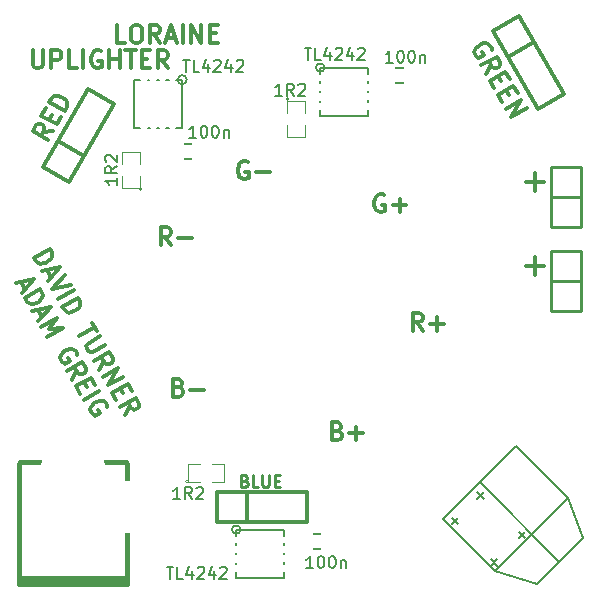
<source format=gto>
%FSLAX46Y46*%
G04 Gerber Fmt 4.6, Leading zero omitted, Abs format (unit mm)*
G04 Created by KiCad (PCBNEW (2014-jan-25)-product) date Mon 28 Jul 2014 17:10:13 BST*
%MOMM*%
G01*
G04 APERTURE LIST*
%ADD10C,0.100000*%
%ADD11C,0.250000*%
%ADD12C,0.300000*%
%ADD13C,0.400000*%
%ADD14C,0.381000*%
%ADD15C,0.150000*%
%ADD16C,0.304800*%
%ADD17C,0.127000*%
%ADD18C,0.254000*%
%ADD19C,0.099060*%
%ADD20C,0.200000*%
%ADD21C,5.500000*%
%ADD22C,4.500000*%
%ADD23R,3.000000X2.200000*%
%ADD24R,0.350000X0.950000*%
%ADD25C,0.400000*%
%ADD26R,2.200000X3.000000*%
%ADD27R,0.950000X0.350000*%
%ADD28C,3.000000*%
%ADD29C,3.400000*%
%ADD30C,1.397000*%
%ADD31R,1.397000X1.397000*%
%ADD32R,1.300480X1.498600*%
%ADD33R,2.032000X2.032000*%
%ADD34O,2.032000X2.032000*%
%ADD35C,2.000000*%
%ADD36R,1.397000X0.889000*%
%ADD37R,0.889000X1.397000*%
G04 APERTURE END LIST*
D10*
D11*
X120356477Y-140390571D02*
X120499334Y-140438190D01*
X120546953Y-140485810D01*
X120594572Y-140581048D01*
X120594572Y-140723905D01*
X120546953Y-140819143D01*
X120499334Y-140866762D01*
X120404096Y-140914381D01*
X120023143Y-140914381D01*
X120023143Y-139914381D01*
X120356477Y-139914381D01*
X120451715Y-139962000D01*
X120499334Y-140009619D01*
X120546953Y-140104857D01*
X120546953Y-140200095D01*
X120499334Y-140295333D01*
X120451715Y-140342952D01*
X120356477Y-140390571D01*
X120023143Y-140390571D01*
X121499334Y-140914381D02*
X121023143Y-140914381D01*
X121023143Y-139914381D01*
X121832667Y-139914381D02*
X121832667Y-140723905D01*
X121880286Y-140819143D01*
X121927905Y-140866762D01*
X122023143Y-140914381D01*
X122213620Y-140914381D01*
X122308858Y-140866762D01*
X122356477Y-140819143D01*
X122404096Y-140723905D01*
X122404096Y-139914381D01*
X122880286Y-140390571D02*
X123213620Y-140390571D01*
X123356477Y-140914381D02*
X122880286Y-140914381D01*
X122880286Y-139914381D01*
X123356477Y-139914381D01*
D12*
X141258519Y-103885936D02*
X141248950Y-103726504D01*
X141141807Y-103540927D01*
X140972805Y-103391065D01*
X140777658Y-103338775D01*
X140618226Y-103348345D01*
X140335076Y-103429343D01*
X140149499Y-103536486D01*
X139937777Y-103741203D01*
X139849774Y-103874490D01*
X139797485Y-104069637D01*
X139842769Y-104290927D01*
X139914197Y-104414645D01*
X140083199Y-104564508D01*
X140180773Y-104590653D01*
X140613785Y-104340653D01*
X140470928Y-104093216D01*
X140807055Y-105961119D02*
X141175644Y-105170964D01*
X140378483Y-105218812D02*
X141677521Y-104468812D01*
X141963235Y-104963683D01*
X141972805Y-105123116D01*
X141946660Y-105220689D01*
X141858656Y-105353977D01*
X141673080Y-105461119D01*
X141513647Y-105470689D01*
X141416075Y-105444545D01*
X141282786Y-105356540D01*
X140997072Y-104861669D01*
X141808932Y-106124993D02*
X142058932Y-106558006D01*
X141485626Y-107136440D02*
X141128483Y-106517850D01*
X142427521Y-105767850D01*
X142784664Y-106386440D01*
X142487503Y-107300313D02*
X142737503Y-107733326D01*
X142164198Y-108311760D02*
X141807055Y-107693170D01*
X143106093Y-106943170D01*
X143463236Y-107561760D01*
X142485626Y-108868491D02*
X143784664Y-108118491D01*
X142914198Y-109610798D01*
X144213236Y-108860798D01*
X104118517Y-110775381D02*
X103249928Y-110851251D01*
X103689946Y-111517688D02*
X102390908Y-110767688D01*
X102676622Y-110272817D01*
X102809910Y-110184813D01*
X102907483Y-110158669D01*
X103066916Y-110168238D01*
X103252492Y-110275381D01*
X103340496Y-110408669D01*
X103366640Y-110506242D01*
X103357071Y-110665675D01*
X103071357Y-111160546D01*
X103759497Y-109825793D02*
X104009497Y-109392781D01*
X104797089Y-109600060D02*
X104439946Y-110218650D01*
X103140908Y-109468650D01*
X103498051Y-108850060D01*
X105118517Y-109043330D02*
X103819479Y-108293330D01*
X103998051Y-107984035D01*
X104167052Y-107834173D01*
X104362199Y-107781883D01*
X104521631Y-107791453D01*
X104804782Y-107872451D01*
X104990358Y-107979594D01*
X105202080Y-108184311D01*
X105290084Y-108317598D01*
X105342373Y-108512745D01*
X105297089Y-108734035D01*
X105118517Y-109043330D01*
X102398428Y-103953571D02*
X102398428Y-105167857D01*
X102469856Y-105310714D01*
X102541285Y-105382143D01*
X102684142Y-105453571D01*
X102969856Y-105453571D01*
X103112714Y-105382143D01*
X103184142Y-105310714D01*
X103255571Y-105167857D01*
X103255571Y-103953571D01*
X103969857Y-105453571D02*
X103969857Y-103953571D01*
X104541285Y-103953571D01*
X104684143Y-104025000D01*
X104755571Y-104096429D01*
X104827000Y-104239286D01*
X104827000Y-104453571D01*
X104755571Y-104596429D01*
X104684143Y-104667857D01*
X104541285Y-104739286D01*
X103969857Y-104739286D01*
X106184143Y-105453571D02*
X105469857Y-105453571D01*
X105469857Y-103953571D01*
X106684143Y-105453571D02*
X106684143Y-103953571D01*
X108184143Y-104025000D02*
X108041286Y-103953571D01*
X107827000Y-103953571D01*
X107612715Y-104025000D01*
X107469857Y-104167857D01*
X107398429Y-104310714D01*
X107327000Y-104596429D01*
X107327000Y-104810714D01*
X107398429Y-105096429D01*
X107469857Y-105239286D01*
X107612715Y-105382143D01*
X107827000Y-105453571D01*
X107969857Y-105453571D01*
X108184143Y-105382143D01*
X108255572Y-105310714D01*
X108255572Y-104810714D01*
X107969857Y-104810714D01*
X108898429Y-105453571D02*
X108898429Y-103953571D01*
X108898429Y-104667857D02*
X109755572Y-104667857D01*
X109755572Y-105453571D02*
X109755572Y-103953571D01*
X110255572Y-103953571D02*
X111112715Y-103953571D01*
X110684144Y-105453571D02*
X110684144Y-103953571D01*
X111612715Y-104667857D02*
X112112715Y-104667857D01*
X112327001Y-105453571D02*
X111612715Y-105453571D01*
X111612715Y-103953571D01*
X112327001Y-103953571D01*
X113827001Y-105453571D02*
X113327001Y-104739286D01*
X112969858Y-105453571D02*
X112969858Y-103953571D01*
X113541286Y-103953571D01*
X113684144Y-104025000D01*
X113755572Y-104096429D01*
X113827001Y-104239286D01*
X113827001Y-104453571D01*
X113755572Y-104596429D01*
X113684144Y-104667857D01*
X113541286Y-104739286D01*
X112969858Y-104739286D01*
X120622286Y-113423000D02*
X120479429Y-113351571D01*
X120265143Y-113351571D01*
X120050858Y-113423000D01*
X119908000Y-113565857D01*
X119836572Y-113708714D01*
X119765143Y-113994429D01*
X119765143Y-114208714D01*
X119836572Y-114494429D01*
X119908000Y-114637286D01*
X120050858Y-114780143D01*
X120265143Y-114851571D01*
X120408000Y-114851571D01*
X120622286Y-114780143D01*
X120693715Y-114708714D01*
X120693715Y-114208714D01*
X120408000Y-114208714D01*
X121336572Y-114280143D02*
X122479429Y-114280143D01*
X114089715Y-120439571D02*
X113589715Y-119725286D01*
X113232572Y-120439571D02*
X113232572Y-118939571D01*
X113804000Y-118939571D01*
X113946858Y-119011000D01*
X114018286Y-119082429D01*
X114089715Y-119225286D01*
X114089715Y-119439571D01*
X114018286Y-119582429D01*
X113946858Y-119653857D01*
X113804000Y-119725286D01*
X113232572Y-119725286D01*
X114732572Y-119868143D02*
X115875429Y-119868143D01*
X114748572Y-132480857D02*
X114962858Y-132552286D01*
X115034286Y-132623714D01*
X115105715Y-132766571D01*
X115105715Y-132980857D01*
X115034286Y-133123714D01*
X114962858Y-133195143D01*
X114820000Y-133266571D01*
X114248572Y-133266571D01*
X114248572Y-131766571D01*
X114748572Y-131766571D01*
X114891429Y-131838000D01*
X114962858Y-131909429D01*
X115034286Y-132052286D01*
X115034286Y-132195143D01*
X114962858Y-132338000D01*
X114891429Y-132409429D01*
X114748572Y-132480857D01*
X114248572Y-132480857D01*
X115748572Y-132695143D02*
X116891429Y-132695143D01*
X128210572Y-136163857D02*
X128424858Y-136235286D01*
X128496286Y-136306714D01*
X128567715Y-136449571D01*
X128567715Y-136663857D01*
X128496286Y-136806714D01*
X128424858Y-136878143D01*
X128282000Y-136949571D01*
X127710572Y-136949571D01*
X127710572Y-135449571D01*
X128210572Y-135449571D01*
X128353429Y-135521000D01*
X128424858Y-135592429D01*
X128496286Y-135735286D01*
X128496286Y-135878143D01*
X128424858Y-136021000D01*
X128353429Y-136092429D01*
X128210572Y-136163857D01*
X127710572Y-136163857D01*
X129210572Y-136378143D02*
X130353429Y-136378143D01*
X129782000Y-136949571D02*
X129782000Y-135806714D01*
X132179286Y-116217000D02*
X132036429Y-116145571D01*
X131822143Y-116145571D01*
X131607858Y-116217000D01*
X131465000Y-116359857D01*
X131393572Y-116502714D01*
X131322143Y-116788429D01*
X131322143Y-117002714D01*
X131393572Y-117288429D01*
X131465000Y-117431286D01*
X131607858Y-117574143D01*
X131822143Y-117645571D01*
X131965000Y-117645571D01*
X132179286Y-117574143D01*
X132250715Y-117502714D01*
X132250715Y-117002714D01*
X131965000Y-117002714D01*
X132893572Y-117074143D02*
X134036429Y-117074143D01*
X133465000Y-117645571D02*
X133465000Y-116502714D01*
X135425715Y-127678571D02*
X134925715Y-126964286D01*
X134568572Y-127678571D02*
X134568572Y-126178571D01*
X135140000Y-126178571D01*
X135282858Y-126250000D01*
X135354286Y-126321429D01*
X135425715Y-126464286D01*
X135425715Y-126678571D01*
X135354286Y-126821429D01*
X135282858Y-126892857D01*
X135140000Y-126964286D01*
X134568572Y-126964286D01*
X136068572Y-127107143D02*
X137211429Y-127107143D01*
X136640000Y-127678571D02*
X136640000Y-126535714D01*
X144145095Y-115077857D02*
X145668905Y-115077857D01*
X144907000Y-115839762D02*
X144907000Y-114315952D01*
X144145095Y-122189857D02*
X145668905Y-122189857D01*
X144907000Y-122951762D02*
X144907000Y-121427952D01*
X102530285Y-121486448D02*
X103829323Y-120736448D01*
X104007894Y-121045743D01*
X104053178Y-121267034D01*
X104000889Y-121462181D01*
X103912885Y-121595468D01*
X103701163Y-121800185D01*
X103515587Y-121907327D01*
X103232436Y-121988325D01*
X103073004Y-121997895D01*
X102877857Y-121945605D01*
X102708856Y-121795743D01*
X102530285Y-121486448D01*
X103615724Y-122509341D02*
X103972867Y-123127931D01*
X103173142Y-122599909D02*
X104722180Y-122282922D01*
X103673142Y-123465934D01*
X105115037Y-122963370D02*
X104065999Y-124146383D01*
X105615037Y-123829395D01*
X104565999Y-125012408D02*
X105865037Y-124262408D01*
X104923142Y-125630998D02*
X106222180Y-124880998D01*
X106400751Y-125190293D01*
X106446035Y-125411584D01*
X106393746Y-125606731D01*
X106305742Y-125740018D01*
X106094020Y-125944734D01*
X105908444Y-126051877D01*
X105625293Y-126132875D01*
X105465861Y-126142445D01*
X105270714Y-126090155D01*
X105101713Y-125940293D01*
X104923142Y-125630998D01*
X107436465Y-126984202D02*
X107865037Y-127726510D01*
X106351713Y-128105356D02*
X107650751Y-127355356D01*
X108115037Y-128159522D02*
X107063434Y-128766665D01*
X106975431Y-128899952D01*
X106949286Y-128997526D01*
X106958856Y-129156958D01*
X107101713Y-129404394D01*
X107235000Y-129492398D01*
X107332574Y-129518542D01*
X107492006Y-129508973D01*
X108543608Y-128901830D01*
X108030285Y-131012727D02*
X108398874Y-130222572D01*
X107601713Y-130270420D02*
X108900751Y-129520420D01*
X109186465Y-130015291D01*
X109196035Y-130174724D01*
X109169890Y-130272297D01*
X109081886Y-130405585D01*
X108896310Y-130512727D01*
X108736877Y-130522297D01*
X108639305Y-130496153D01*
X108506016Y-130408148D01*
X108220302Y-129913277D01*
X108351713Y-131569458D02*
X109650751Y-130819458D01*
X108780285Y-132311765D01*
X110079323Y-131561765D01*
X109817876Y-132537498D02*
X110067876Y-132970511D01*
X109494571Y-133548945D02*
X109137428Y-132930355D01*
X110436466Y-132180355D01*
X110793609Y-132798945D01*
X110244571Y-134847983D02*
X110613160Y-134057828D01*
X109815999Y-134105676D02*
X111115037Y-133355676D01*
X111400751Y-133850547D01*
X111410321Y-134009980D01*
X111384176Y-134107553D01*
X111296172Y-134240841D01*
X111110596Y-134347983D01*
X110951163Y-134357553D01*
X110853591Y-134331408D01*
X110720302Y-134243404D01*
X110434588Y-133748533D01*
X101430120Y-123523764D02*
X101787263Y-124142354D01*
X100987538Y-123614332D02*
X102536576Y-123297345D01*
X101487538Y-124480357D01*
X101737538Y-124913370D02*
X103036576Y-124163370D01*
X103215147Y-124472665D01*
X103260431Y-124693956D01*
X103208142Y-124889103D01*
X103120138Y-125022390D01*
X102908416Y-125227107D01*
X102722840Y-125334249D01*
X102439689Y-125415247D01*
X102280257Y-125424817D01*
X102085110Y-125372527D01*
X101916109Y-125222665D01*
X101737538Y-124913370D01*
X102822977Y-125936263D02*
X103180120Y-126554853D01*
X102380395Y-126026831D02*
X103929433Y-125709844D01*
X102880395Y-126892856D01*
X103130395Y-127325869D02*
X104429433Y-126575869D01*
X103751548Y-127544596D01*
X104929433Y-127441894D01*
X103630395Y-128191894D01*
X106189002Y-129766390D02*
X106179433Y-129606958D01*
X106072290Y-129421381D01*
X105903288Y-129271519D01*
X105708141Y-129219229D01*
X105548709Y-129228799D01*
X105265559Y-129309797D01*
X105079982Y-129416940D01*
X104868260Y-129621656D01*
X104780257Y-129754943D01*
X104727968Y-129950091D01*
X104773252Y-130171381D01*
X104844680Y-130295099D01*
X105013682Y-130444962D01*
X105111256Y-130471107D01*
X105544268Y-130221107D01*
X105401411Y-129973670D01*
X105737538Y-131841573D02*
X106106127Y-131051418D01*
X105308966Y-131099266D02*
X106608004Y-130349266D01*
X106893718Y-130844137D01*
X106903288Y-131003570D01*
X106877143Y-131101143D01*
X106789139Y-131234431D01*
X106603563Y-131341573D01*
X106444130Y-131351143D01*
X106346558Y-131324998D01*
X106213269Y-131236994D01*
X105927555Y-130742123D01*
X106739415Y-132005447D02*
X106989415Y-132438459D01*
X106416109Y-133016893D02*
X106058966Y-132398304D01*
X107358004Y-131648304D01*
X107715147Y-132266893D01*
X106737538Y-133573624D02*
X108036576Y-132823624D01*
X108724717Y-134158377D02*
X108715147Y-133998944D01*
X108608004Y-133813367D01*
X108439003Y-133663505D01*
X108243856Y-133611215D01*
X108084424Y-133620785D01*
X107801273Y-133701783D01*
X107615697Y-133808926D01*
X107403975Y-134013643D01*
X107315971Y-134146930D01*
X107263682Y-134342077D01*
X107308966Y-134563367D01*
X107380395Y-134687085D01*
X107549396Y-134836948D01*
X107646970Y-134863093D01*
X108079983Y-134613093D01*
X107937125Y-134365656D01*
X110256286Y-103294571D02*
X109542000Y-103294571D01*
X109542000Y-101794571D01*
X111042000Y-101794571D02*
X111327714Y-101794571D01*
X111470572Y-101866000D01*
X111613429Y-102008857D01*
X111684857Y-102294571D01*
X111684857Y-102794571D01*
X111613429Y-103080286D01*
X111470572Y-103223143D01*
X111327714Y-103294571D01*
X111042000Y-103294571D01*
X110899143Y-103223143D01*
X110756286Y-103080286D01*
X110684857Y-102794571D01*
X110684857Y-102294571D01*
X110756286Y-102008857D01*
X110899143Y-101866000D01*
X111042000Y-101794571D01*
X113184858Y-103294571D02*
X112684858Y-102580286D01*
X112327715Y-103294571D02*
X112327715Y-101794571D01*
X112899143Y-101794571D01*
X113042001Y-101866000D01*
X113113429Y-101937429D01*
X113184858Y-102080286D01*
X113184858Y-102294571D01*
X113113429Y-102437429D01*
X113042001Y-102508857D01*
X112899143Y-102580286D01*
X112327715Y-102580286D01*
X113756286Y-102866000D02*
X114470572Y-102866000D01*
X113613429Y-103294571D02*
X114113429Y-101794571D01*
X114613429Y-103294571D01*
X115113429Y-103294571D02*
X115113429Y-101794571D01*
X115827715Y-103294571D02*
X115827715Y-101794571D01*
X116684858Y-103294571D01*
X116684858Y-101794571D01*
X117399144Y-102508857D02*
X117899144Y-102508857D01*
X118113430Y-103294571D02*
X117399144Y-103294571D01*
X117399144Y-101794571D01*
X118113430Y-101794571D01*
D13*
X101219000Y-148590000D02*
X110109000Y-148590000D01*
X101219000Y-148844000D02*
X110109000Y-148844000D01*
X110363000Y-138938000D02*
X110363000Y-149098000D01*
X101219000Y-149098000D02*
X101219000Y-138938000D01*
D14*
X101290120Y-149161500D02*
X110291880Y-149161500D01*
X110291880Y-138795760D02*
X101290120Y-138795760D01*
D15*
X115443000Y-106426000D02*
G75*
G03X115443000Y-106426000I-381000J0D01*
G74*
G01*
X112331500Y-110490000D02*
X112141000Y-110490000D01*
X113093500Y-110490000D02*
X112966500Y-110490000D01*
X113919000Y-110490000D02*
X113728500Y-110490000D01*
X112268000Y-106426000D02*
X112141000Y-106426000D01*
X113093500Y-106426000D02*
X112966500Y-106426000D01*
X113919000Y-106426000D02*
X113728500Y-106426000D01*
X115062000Y-110490000D02*
X114554000Y-110490000D01*
X110998000Y-110490000D02*
X111506000Y-110490000D01*
X110998000Y-106426000D02*
X111506000Y-106426000D01*
X115062000Y-106426000D02*
X114554000Y-106426000D01*
X115062000Y-106426000D02*
X115062000Y-110490000D01*
X110998000Y-110490000D02*
X110998000Y-106426000D01*
X127105210Y-105410000D02*
G75*
G03X127105210Y-105410000I-359210J0D01*
G74*
G01*
X130810000Y-108140500D02*
X130810000Y-108331000D01*
X130810000Y-107378500D02*
X130810000Y-107505500D01*
X130810000Y-106553000D02*
X130810000Y-106743500D01*
X126746000Y-108204000D02*
X126746000Y-108331000D01*
X126746000Y-107378500D02*
X126746000Y-107505500D01*
X126746000Y-106553000D02*
X126746000Y-106743500D01*
X130810000Y-105410000D02*
X130810000Y-105918000D01*
X130810000Y-109474000D02*
X130810000Y-108966000D01*
X126746000Y-109474000D02*
X126746000Y-108966000D01*
X126746000Y-105410000D02*
X126746000Y-105918000D01*
X126746000Y-105410000D02*
X130810000Y-105410000D01*
X130810000Y-109474000D02*
X126746000Y-109474000D01*
X119993210Y-144526000D02*
G75*
G03X119993210Y-144526000I-359210J0D01*
G74*
G01*
X123698000Y-147256500D02*
X123698000Y-147447000D01*
X123698000Y-146494500D02*
X123698000Y-146621500D01*
X123698000Y-145669000D02*
X123698000Y-145859500D01*
X119634000Y-147320000D02*
X119634000Y-147447000D01*
X119634000Y-146494500D02*
X119634000Y-146621500D01*
X119634000Y-145669000D02*
X119634000Y-145859500D01*
X123698000Y-144526000D02*
X123698000Y-145034000D01*
X123698000Y-148590000D02*
X123698000Y-148082000D01*
X119634000Y-148590000D02*
X119634000Y-148082000D01*
X119634000Y-144526000D02*
X119634000Y-145034000D01*
X119634000Y-144526000D02*
X123698000Y-144526000D01*
X123698000Y-148590000D02*
X119634000Y-148590000D01*
D16*
X105484852Y-115082557D02*
X103285148Y-113812557D01*
X103285148Y-113812557D02*
X107095148Y-107213443D01*
X107095148Y-107213443D02*
X109294852Y-108483443D01*
X109294852Y-108483443D02*
X105484852Y-115082557D01*
X104555148Y-111612852D02*
X106754852Y-112882852D01*
X141385148Y-102335443D02*
X143584852Y-101065443D01*
X143584852Y-101065443D02*
X147394852Y-107664557D01*
X147394852Y-107664557D02*
X145195148Y-108934557D01*
X145195148Y-108934557D02*
X141385148Y-102335443D01*
X144854852Y-103265148D02*
X142655148Y-104535148D01*
X117974000Y-143914000D02*
X117974000Y-141374000D01*
X117974000Y-141374000D02*
X125594000Y-141374000D01*
X125594000Y-141374000D02*
X125594000Y-143914000D01*
X125594000Y-143914000D02*
X117974000Y-143914000D01*
X120514000Y-141374000D02*
X120514000Y-143914000D01*
D17*
X114935000Y-113157000D02*
X114935000Y-111887000D01*
X116205000Y-113157000D02*
X116205000Y-111912400D01*
X116586000Y-113157000D02*
X114554000Y-113157000D01*
X114554000Y-113157000D02*
X114554000Y-111887000D01*
X114554000Y-111887000D02*
X116586000Y-111887000D01*
X116586000Y-111887000D02*
X116586000Y-113157000D01*
X132842000Y-106680000D02*
X132842000Y-105410000D01*
X134112000Y-106680000D02*
X134112000Y-105435400D01*
X134493000Y-106680000D02*
X132461000Y-106680000D01*
X132461000Y-106680000D02*
X132461000Y-105410000D01*
X132461000Y-105410000D02*
X134493000Y-105410000D01*
X134493000Y-105410000D02*
X134493000Y-106680000D01*
X125857000Y-146177000D02*
X125857000Y-144907000D01*
X127127000Y-146177000D02*
X127127000Y-144932400D01*
X127508000Y-146177000D02*
X125476000Y-146177000D01*
X125476000Y-146177000D02*
X125476000Y-144907000D01*
X125476000Y-144907000D02*
X127508000Y-144907000D01*
X127508000Y-144907000D02*
X127508000Y-146177000D01*
D18*
X146304000Y-123444000D02*
X148844000Y-123444000D01*
X146304000Y-125984000D02*
X148844000Y-125984000D01*
X148844000Y-125984000D02*
X148844000Y-123444000D01*
X148844000Y-123444000D02*
X148844000Y-120904000D01*
X148844000Y-120904000D02*
X146304000Y-120904000D01*
X146304000Y-120904000D02*
X146304000Y-125984000D01*
X146304000Y-116332000D02*
X148844000Y-116332000D01*
X146304000Y-118872000D02*
X148844000Y-118872000D01*
X148844000Y-118872000D02*
X148844000Y-116332000D01*
X148844000Y-116332000D02*
X148844000Y-113792000D01*
X148844000Y-113792000D02*
X146304000Y-113792000D01*
X146304000Y-113792000D02*
X146304000Y-118872000D01*
D15*
X147702549Y-141849974D02*
X141506172Y-148046351D01*
X146984128Y-147238128D02*
X140248936Y-140502936D01*
X137105846Y-143646026D02*
X141506172Y-148046351D01*
X141506172Y-148046351D02*
X145098274Y-149123982D01*
X145098274Y-149123982D02*
X146984128Y-147238128D01*
X143302223Y-137449649D02*
X147702549Y-141849974D01*
X147702549Y-141849974D02*
X148959784Y-145262472D01*
X148959784Y-145262472D02*
X146984128Y-147238128D01*
X137105846Y-143646026D02*
X143302223Y-137449649D01*
D19*
X124079000Y-108077000D02*
G75*
G03X124079000Y-108077000I-127000J0D01*
G74*
G01*
X123952000Y-109220000D02*
X123952000Y-108204000D01*
X123952000Y-108204000D02*
X125476000Y-108204000D01*
X125476000Y-108204000D02*
X125476000Y-109220000D01*
X125476000Y-110236000D02*
X125476000Y-111252000D01*
X125476000Y-111252000D02*
X123952000Y-111252000D01*
X123952000Y-111252000D02*
X123952000Y-110236000D01*
X111633000Y-115697000D02*
G75*
G03X111633000Y-115697000I-127000J0D01*
G74*
G01*
X111506000Y-114554000D02*
X111506000Y-115570000D01*
X111506000Y-115570000D02*
X109982000Y-115570000D01*
X109982000Y-115570000D02*
X109982000Y-114554000D01*
X109982000Y-113538000D02*
X109982000Y-112522000D01*
X109982000Y-112522000D02*
X111506000Y-112522000D01*
X111506000Y-112522000D02*
X111506000Y-113538000D01*
X115570000Y-140462000D02*
G75*
G03X115570000Y-140462000I-127000J0D01*
G74*
G01*
X116586000Y-140462000D02*
X115570000Y-140462000D01*
X115570000Y-140462000D02*
X115570000Y-138938000D01*
X115570000Y-138938000D02*
X116586000Y-138938000D01*
X117602000Y-138938000D02*
X118618000Y-138938000D01*
X118618000Y-138938000D02*
X118618000Y-140462000D01*
X118618000Y-140462000D02*
X117602000Y-140462000D01*
D20*
X115133762Y-104735381D02*
X115705191Y-104735381D01*
X115419476Y-105735381D02*
X115419476Y-104735381D01*
X116514715Y-105735381D02*
X116038524Y-105735381D01*
X116038524Y-104735381D01*
X117276620Y-105068714D02*
X117276620Y-105735381D01*
X117038524Y-104687762D02*
X116800429Y-105402048D01*
X117419477Y-105402048D01*
X117752810Y-104830619D02*
X117800429Y-104783000D01*
X117895667Y-104735381D01*
X118133763Y-104735381D01*
X118229001Y-104783000D01*
X118276620Y-104830619D01*
X118324239Y-104925857D01*
X118324239Y-105021095D01*
X118276620Y-105163952D01*
X117705191Y-105735381D01*
X118324239Y-105735381D01*
X119181382Y-105068714D02*
X119181382Y-105735381D01*
X118943286Y-104687762D02*
X118705191Y-105402048D01*
X119324239Y-105402048D01*
X119657572Y-104830619D02*
X119705191Y-104783000D01*
X119800429Y-104735381D01*
X120038525Y-104735381D01*
X120133763Y-104783000D01*
X120181382Y-104830619D01*
X120229001Y-104925857D01*
X120229001Y-105021095D01*
X120181382Y-105163952D01*
X119609953Y-105735381D01*
X120229001Y-105735381D01*
X125420762Y-103719381D02*
X125992191Y-103719381D01*
X125706476Y-104719381D02*
X125706476Y-103719381D01*
X126801715Y-104719381D02*
X126325524Y-104719381D01*
X126325524Y-103719381D01*
X127563620Y-104052714D02*
X127563620Y-104719381D01*
X127325524Y-103671762D02*
X127087429Y-104386048D01*
X127706477Y-104386048D01*
X128039810Y-103814619D02*
X128087429Y-103767000D01*
X128182667Y-103719381D01*
X128420763Y-103719381D01*
X128516001Y-103767000D01*
X128563620Y-103814619D01*
X128611239Y-103909857D01*
X128611239Y-104005095D01*
X128563620Y-104147952D01*
X127992191Y-104719381D01*
X128611239Y-104719381D01*
X129468382Y-104052714D02*
X129468382Y-104719381D01*
X129230286Y-103671762D02*
X128992191Y-104386048D01*
X129611239Y-104386048D01*
X129944572Y-103814619D02*
X129992191Y-103767000D01*
X130087429Y-103719381D01*
X130325525Y-103719381D01*
X130420763Y-103767000D01*
X130468382Y-103814619D01*
X130516001Y-103909857D01*
X130516001Y-104005095D01*
X130468382Y-104147952D01*
X129896953Y-104719381D01*
X130516001Y-104719381D01*
X113736762Y-147661381D02*
X114308191Y-147661381D01*
X114022476Y-148661381D02*
X114022476Y-147661381D01*
X115117715Y-148661381D02*
X114641524Y-148661381D01*
X114641524Y-147661381D01*
X115879620Y-147994714D02*
X115879620Y-148661381D01*
X115641524Y-147613762D02*
X115403429Y-148328048D01*
X116022477Y-148328048D01*
X116355810Y-147756619D02*
X116403429Y-147709000D01*
X116498667Y-147661381D01*
X116736763Y-147661381D01*
X116832001Y-147709000D01*
X116879620Y-147756619D01*
X116927239Y-147851857D01*
X116927239Y-147947095D01*
X116879620Y-148089952D01*
X116308191Y-148661381D01*
X116927239Y-148661381D01*
X117784382Y-147994714D02*
X117784382Y-148661381D01*
X117546286Y-147613762D02*
X117308191Y-148328048D01*
X117927239Y-148328048D01*
X118260572Y-147756619D02*
X118308191Y-147709000D01*
X118403429Y-147661381D01*
X118641525Y-147661381D01*
X118736763Y-147709000D01*
X118784382Y-147756619D01*
X118832001Y-147851857D01*
X118832001Y-147947095D01*
X118784382Y-148089952D01*
X118212953Y-148661381D01*
X118832001Y-148661381D01*
X116228953Y-111323381D02*
X115657524Y-111323381D01*
X115943238Y-111323381D02*
X115943238Y-110323381D01*
X115848000Y-110466238D01*
X115752762Y-110561476D01*
X115657524Y-110609095D01*
X116848000Y-110323381D02*
X116943239Y-110323381D01*
X117038477Y-110371000D01*
X117086096Y-110418619D01*
X117133715Y-110513857D01*
X117181334Y-110704333D01*
X117181334Y-110942429D01*
X117133715Y-111132905D01*
X117086096Y-111228143D01*
X117038477Y-111275762D01*
X116943239Y-111323381D01*
X116848000Y-111323381D01*
X116752762Y-111275762D01*
X116705143Y-111228143D01*
X116657524Y-111132905D01*
X116609905Y-110942429D01*
X116609905Y-110704333D01*
X116657524Y-110513857D01*
X116705143Y-110418619D01*
X116752762Y-110371000D01*
X116848000Y-110323381D01*
X117800381Y-110323381D02*
X117895620Y-110323381D01*
X117990858Y-110371000D01*
X118038477Y-110418619D01*
X118086096Y-110513857D01*
X118133715Y-110704333D01*
X118133715Y-110942429D01*
X118086096Y-111132905D01*
X118038477Y-111228143D01*
X117990858Y-111275762D01*
X117895620Y-111323381D01*
X117800381Y-111323381D01*
X117705143Y-111275762D01*
X117657524Y-111228143D01*
X117609905Y-111132905D01*
X117562286Y-110942429D01*
X117562286Y-110704333D01*
X117609905Y-110513857D01*
X117657524Y-110418619D01*
X117705143Y-110371000D01*
X117800381Y-110323381D01*
X118562286Y-110656714D02*
X118562286Y-111323381D01*
X118562286Y-110751952D02*
X118609905Y-110704333D01*
X118705143Y-110656714D01*
X118848001Y-110656714D01*
X118943239Y-110704333D01*
X118990858Y-110799571D01*
X118990858Y-111323381D01*
X132865953Y-104973381D02*
X132294524Y-104973381D01*
X132580238Y-104973381D02*
X132580238Y-103973381D01*
X132485000Y-104116238D01*
X132389762Y-104211476D01*
X132294524Y-104259095D01*
X133485000Y-103973381D02*
X133580239Y-103973381D01*
X133675477Y-104021000D01*
X133723096Y-104068619D01*
X133770715Y-104163857D01*
X133818334Y-104354333D01*
X133818334Y-104592429D01*
X133770715Y-104782905D01*
X133723096Y-104878143D01*
X133675477Y-104925762D01*
X133580239Y-104973381D01*
X133485000Y-104973381D01*
X133389762Y-104925762D01*
X133342143Y-104878143D01*
X133294524Y-104782905D01*
X133246905Y-104592429D01*
X133246905Y-104354333D01*
X133294524Y-104163857D01*
X133342143Y-104068619D01*
X133389762Y-104021000D01*
X133485000Y-103973381D01*
X134437381Y-103973381D02*
X134532620Y-103973381D01*
X134627858Y-104021000D01*
X134675477Y-104068619D01*
X134723096Y-104163857D01*
X134770715Y-104354333D01*
X134770715Y-104592429D01*
X134723096Y-104782905D01*
X134675477Y-104878143D01*
X134627858Y-104925762D01*
X134532620Y-104973381D01*
X134437381Y-104973381D01*
X134342143Y-104925762D01*
X134294524Y-104878143D01*
X134246905Y-104782905D01*
X134199286Y-104592429D01*
X134199286Y-104354333D01*
X134246905Y-104163857D01*
X134294524Y-104068619D01*
X134342143Y-104021000D01*
X134437381Y-103973381D01*
X135199286Y-104306714D02*
X135199286Y-104973381D01*
X135199286Y-104401952D02*
X135246905Y-104354333D01*
X135342143Y-104306714D01*
X135485001Y-104306714D01*
X135580239Y-104354333D01*
X135627858Y-104449571D01*
X135627858Y-104973381D01*
X126134953Y-147772381D02*
X125563524Y-147772381D01*
X125849238Y-147772381D02*
X125849238Y-146772381D01*
X125754000Y-146915238D01*
X125658762Y-147010476D01*
X125563524Y-147058095D01*
X126754000Y-146772381D02*
X126849239Y-146772381D01*
X126944477Y-146820000D01*
X126992096Y-146867619D01*
X127039715Y-146962857D01*
X127087334Y-147153333D01*
X127087334Y-147391429D01*
X127039715Y-147581905D01*
X126992096Y-147677143D01*
X126944477Y-147724762D01*
X126849239Y-147772381D01*
X126754000Y-147772381D01*
X126658762Y-147724762D01*
X126611143Y-147677143D01*
X126563524Y-147581905D01*
X126515905Y-147391429D01*
X126515905Y-147153333D01*
X126563524Y-146962857D01*
X126611143Y-146867619D01*
X126658762Y-146820000D01*
X126754000Y-146772381D01*
X127706381Y-146772381D02*
X127801620Y-146772381D01*
X127896858Y-146820000D01*
X127944477Y-146867619D01*
X127992096Y-146962857D01*
X128039715Y-147153333D01*
X128039715Y-147391429D01*
X127992096Y-147581905D01*
X127944477Y-147677143D01*
X127896858Y-147724762D01*
X127801620Y-147772381D01*
X127706381Y-147772381D01*
X127611143Y-147724762D01*
X127563524Y-147677143D01*
X127515905Y-147581905D01*
X127468286Y-147391429D01*
X127468286Y-147153333D01*
X127515905Y-146962857D01*
X127563524Y-146867619D01*
X127611143Y-146820000D01*
X127706381Y-146772381D01*
X128468286Y-147105714D02*
X128468286Y-147772381D01*
X128468286Y-147200952D02*
X128515905Y-147153333D01*
X128611143Y-147105714D01*
X128754001Y-147105714D01*
X128849239Y-147153333D01*
X128896858Y-147248571D01*
X128896858Y-147772381D01*
D15*
X140030070Y-141900449D02*
X140568818Y-141361700D01*
X140568818Y-141900448D02*
X140030070Y-141361700D01*
X143532370Y-145223143D02*
X144071118Y-144684394D01*
X144071118Y-145223142D02*
X143532370Y-144684394D01*
X137874809Y-144055710D02*
X138413557Y-143516961D01*
X138413557Y-144055709D02*
X137874809Y-143516961D01*
X141197503Y-147558010D02*
X141736251Y-147019261D01*
X141736251Y-147558009D02*
X141197503Y-147019261D01*
D20*
X123515524Y-107767381D02*
X122944095Y-107767381D01*
X123229809Y-107767381D02*
X123229809Y-106767381D01*
X123134571Y-106910238D01*
X123039333Y-107005476D01*
X122944095Y-107053095D01*
X124515524Y-107767381D02*
X124182190Y-107291190D01*
X123944095Y-107767381D02*
X123944095Y-106767381D01*
X124325048Y-106767381D01*
X124420286Y-106815000D01*
X124467905Y-106862619D01*
X124515524Y-106957857D01*
X124515524Y-107100714D01*
X124467905Y-107195952D01*
X124420286Y-107243571D01*
X124325048Y-107291190D01*
X123944095Y-107291190D01*
X124896476Y-106862619D02*
X124944095Y-106815000D01*
X125039333Y-106767381D01*
X125277429Y-106767381D01*
X125372667Y-106815000D01*
X125420286Y-106862619D01*
X125467905Y-106957857D01*
X125467905Y-107053095D01*
X125420286Y-107195952D01*
X124848857Y-107767381D01*
X125467905Y-107767381D01*
X109545381Y-114736476D02*
X109545381Y-115307905D01*
X109545381Y-115022191D02*
X108545381Y-115022191D01*
X108688238Y-115117429D01*
X108783476Y-115212667D01*
X108831095Y-115307905D01*
X109545381Y-113736476D02*
X109069190Y-114069810D01*
X109545381Y-114307905D02*
X108545381Y-114307905D01*
X108545381Y-113926952D01*
X108593000Y-113831714D01*
X108640619Y-113784095D01*
X108735857Y-113736476D01*
X108878714Y-113736476D01*
X108973952Y-113784095D01*
X109021571Y-113831714D01*
X109069190Y-113926952D01*
X109069190Y-114307905D01*
X108640619Y-113355524D02*
X108593000Y-113307905D01*
X108545381Y-113212667D01*
X108545381Y-112974571D01*
X108593000Y-112879333D01*
X108640619Y-112831714D01*
X108735857Y-112784095D01*
X108831095Y-112784095D01*
X108973952Y-112831714D01*
X109545381Y-113403143D01*
X109545381Y-112784095D01*
X114879524Y-141930381D02*
X114308095Y-141930381D01*
X114593809Y-141930381D02*
X114593809Y-140930381D01*
X114498571Y-141073238D01*
X114403333Y-141168476D01*
X114308095Y-141216095D01*
X115879524Y-141930381D02*
X115546190Y-141454190D01*
X115308095Y-141930381D02*
X115308095Y-140930381D01*
X115689048Y-140930381D01*
X115784286Y-140978000D01*
X115831905Y-141025619D01*
X115879524Y-141120857D01*
X115879524Y-141263714D01*
X115831905Y-141358952D01*
X115784286Y-141406571D01*
X115689048Y-141454190D01*
X115308095Y-141454190D01*
X116260476Y-141025619D02*
X116308095Y-140978000D01*
X116403333Y-140930381D01*
X116641429Y-140930381D01*
X116736667Y-140978000D01*
X116784286Y-141025619D01*
X116831905Y-141120857D01*
X116831905Y-141216095D01*
X116784286Y-141358952D01*
X116212857Y-141930381D01*
X116831905Y-141930381D01*
%LPC*%
D21*
X105791000Y-139595860D03*
D22*
X105791000Y-145595340D03*
X110490000Y-142595600D03*
D23*
X113030000Y-108458000D03*
D24*
X114230000Y-106533000D03*
X113430000Y-106533000D03*
X112630000Y-106533000D03*
X111830000Y-106533000D03*
X111830000Y-110383000D03*
X112630000Y-110383000D03*
X113430000Y-110383000D03*
X114230000Y-110383000D03*
D25*
X114230000Y-109258000D03*
X114230000Y-108458000D03*
X114230000Y-107658000D03*
X113430000Y-107658000D03*
X113430000Y-108458000D03*
X113430000Y-109258000D03*
X112630000Y-109258000D03*
X112630000Y-108458000D03*
X112630000Y-107658000D03*
X111830000Y-107658000D03*
X111830000Y-108458000D03*
X111830000Y-109258000D03*
D26*
X128778000Y-107442000D03*
D27*
X126853000Y-106242000D03*
X126853000Y-107042000D03*
X126853000Y-107842000D03*
X126853000Y-108642000D03*
X130703000Y-108642000D03*
X130703000Y-107842000D03*
X130703000Y-107042000D03*
X130703000Y-106242000D03*
D25*
X129578000Y-106242000D03*
X128778000Y-106242000D03*
X127978000Y-106242000D03*
X127978000Y-107042000D03*
X128778000Y-107042000D03*
X129578000Y-107042000D03*
X129578000Y-107842000D03*
X128778000Y-107842000D03*
X127978000Y-107842000D03*
X127978000Y-108642000D03*
X128778000Y-108642000D03*
X129578000Y-108642000D03*
D26*
X121666000Y-146558000D03*
D27*
X119741000Y-145358000D03*
X119741000Y-146158000D03*
X119741000Y-146958000D03*
X119741000Y-147758000D03*
X123591000Y-147758000D03*
X123591000Y-146958000D03*
X123591000Y-146158000D03*
X123591000Y-145358000D03*
D25*
X122466000Y-145358000D03*
X121666000Y-145358000D03*
X120866000Y-145358000D03*
X120866000Y-146158000D03*
X121666000Y-146158000D03*
X122466000Y-146158000D03*
X122466000Y-146958000D03*
X121666000Y-146958000D03*
X120866000Y-146958000D03*
X120866000Y-147758000D03*
X121666000Y-147758000D03*
X122466000Y-147758000D03*
D10*
G36*
X133093573Y-114785107D02*
X136629107Y-111249573D01*
X138750427Y-113370893D01*
X135214893Y-116906427D01*
X133093573Y-114785107D01*
X133093573Y-114785107D01*
G37*
D28*
X120677181Y-109048074D02*
X121194819Y-110979926D01*
X109048074Y-120677181D02*
X110979926Y-121194819D01*
X114785107Y-135468893D02*
X113370893Y-136883107D01*
X129059181Y-139147074D02*
X129576819Y-141078926D01*
X139020074Y-128678181D02*
X140951926Y-129195819D01*
D29*
X128302000Y-112681000D03*
X137319000Y-121698000D03*
X134017000Y-134017000D03*
X121698000Y-137319000D03*
X112681000Y-128302000D03*
X115983000Y-115983000D03*
D10*
G36*
X105275669Y-114301874D02*
X104065831Y-113603374D01*
X104764331Y-112393536D01*
X105974169Y-113092036D01*
X105275669Y-114301874D01*
X105275669Y-114301874D01*
G37*
D30*
X106290000Y-111148000D03*
X107560000Y-108948295D03*
D10*
G36*
X142165831Y-102544626D02*
X143375669Y-101846126D01*
X144074169Y-103055964D01*
X142864331Y-103754464D01*
X142165831Y-102544626D01*
X142165831Y-102544626D01*
G37*
D30*
X144390000Y-105000000D03*
X145660000Y-107199705D03*
D31*
X119244000Y-142644000D03*
D30*
X121784000Y-142644000D03*
X124324000Y-142644000D03*
D32*
X114617500Y-112522000D03*
X116522500Y-112522000D03*
X132524500Y-106045000D03*
X134429500Y-106045000D03*
X125539500Y-145542000D03*
X127444500Y-145542000D03*
D33*
X147574000Y-124714000D03*
D34*
X147574000Y-122174000D03*
D33*
X147574000Y-117602000D03*
D34*
X147574000Y-115062000D03*
D10*
G36*
X143313537Y-138392929D02*
X146849071Y-141928463D01*
X144727751Y-144049783D01*
X141192217Y-140514249D01*
X143313537Y-138392929D01*
X143313537Y-138392929D01*
G37*
D28*
X141584661Y-145071553D02*
X140170447Y-143657339D01*
D35*
X146984128Y-145082867D03*
X144828867Y-147238128D03*
D36*
X124714000Y-108775500D03*
X124714000Y-110680500D03*
X110744000Y-114998500D03*
X110744000Y-113093500D03*
D37*
X116141500Y-139700000D03*
X118046500Y-139700000D03*
M02*

</source>
